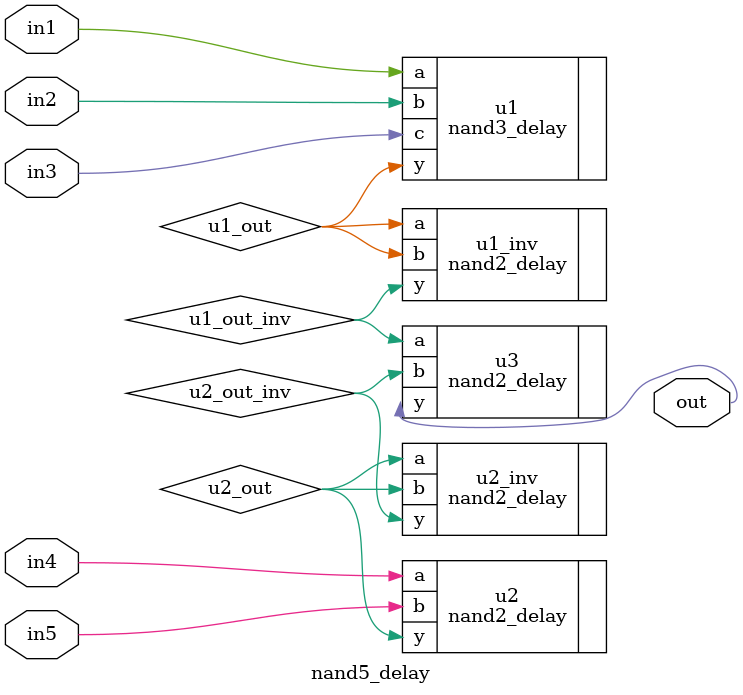
<source format=sv>
module nand5_delay (
    input  logic in1,
    input  logic in2,
    input  logic in3,
    input  logic in4,
    input  logic in5,
    output logic out
);
    logic u1_out, u1_out_inv;
    logic u2_out, u2_out_inv;

    nand3_delay u1 (.a(in1), .b(in2), .c(in3), .y(u1_out));
    nand2_delay u1_inv (.a(u1_out), .b(u1_out), .y(u1_out_inv));

	  nand2_delay u2 (.a(in4), .b(in5), .y(u2_out));
    nand2_delay u2_inv (.a(u2_out), .b(u2_out), .y(u2_out_inv));

    nand2_delay u3 (.a(u1_out_inv), .b(u2_out_inv), .y(out));
endmodule

</source>
